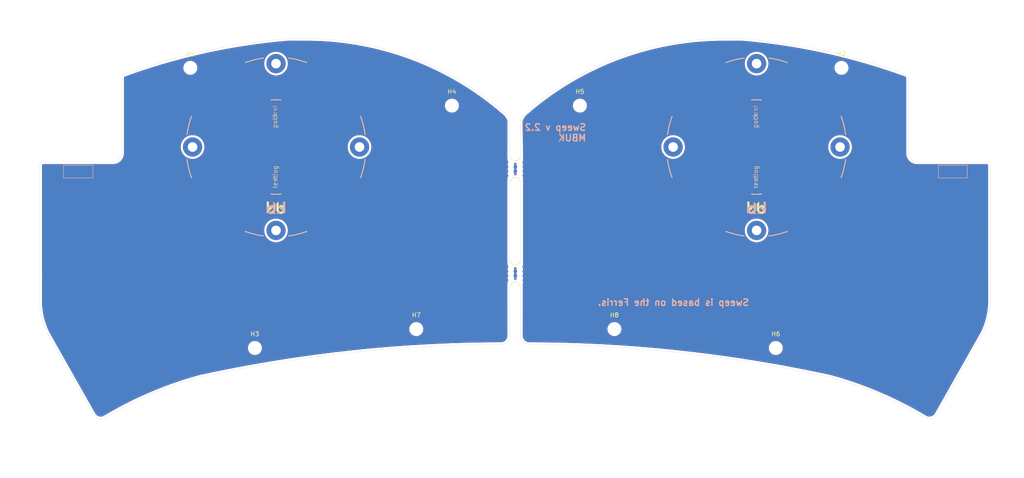
<source format=kicad_pcb>
(kicad_pcb (version 20211014) (generator pcbnew)
  (layers (0 "F.Cu" signal) (31 "B.Cu" signal) (34 "B.Paste" user) (35 "F.Paste" user) (36 "B.SilkS" user "B.Silkscreen") (37 "F.SilkS" user "F.Silkscreen") (38 "B.Mask" user) (39 "F.Mask" user) (44 "Edge.Cuts" user))
  (net 0 "")
  (footprint "Duckyb-Parts:mouse-bite-5mm-slot-with-space-for-track" (layer "F.Cu") (at 130.302 51.308)
    (fp_text reference "mouse-bite-2mm-slot" hide)
    (fp_text value "VAL**" hide)
    (fp_arc (start 1 -2.921) (mid 0 -1.921) (end -1 -2.921) (layer "F.SilkS") (width 0.1))
    (fp_arc (start -1 2.921) (mid 0 1.921) (end 1 2.921) (layer "F.SilkS") (width 0.1))
    (pad "" np_thru_hole circle locked (at -1.016 2.032) (size 0.5 0.5) (drill 0.5) (layers *.Cu *.Mask))
    (pad "" np_thru_hole circle locked (at -1.016 -1.016) (size 0.5 0.5) (drill 0.5) (layers *.Cu *.Mask))
    (pad "" np_thru_hole circle locked (at -1.016 0) (size 0.5 0.5) (drill 0.5) (layers *.Cu *.Mask))
    (pad "" np_thru_hole circle locked (at 1.016 -1.016) (size 0.5 0.5) (drill 0.5) (layers *.Cu *.Mask))
    (pad "" np_thru_hole circle locked (at 1.016 0) (size 0.5 0.5) (drill 0.5) (layers *.Cu *.Mask))
    (pad "" np_thru_hole circle locked (at -1.016 1.016) (size 0.5 0.5) (drill 0.5) (layers *.Cu *.Mask))
    (pad "" np_thru_hole circle locked (at 1.016 1.016) (size 0.5 0.5) (drill 0.5) (layers *.Cu *.Mask))
    (pad "" np_thru_hole circle locked (at 1.016 2.032) (size 0.5 0.5) (drill 0.5) (layers *.Cu *.Mask))
    (pad "" np_thru_hole circle locked (at 1.016 -2.032) (size 0.5 0.5) (drill 0.5) (layers *.Cu *.Mask))
    (pad "" np_thru_hole circle locked (at -1.016 -2.032) (size 0.5 0.5) (drill 0.5) (layers *.Cu *.Mask))
  )
  (footprint "Duckyb-Parts:mouse-bite-5mm-slot-with-space-for-track" (layer "F.Cu") (at 130.302 75.184)
    (fp_text reference "mouse-bite-2mm-slot" hide)
    (fp_text value "VAL**" hide)
    (fp_arc (start -1 2.921) (mid 0 1.921) (end 1 2.921) (layer "F.SilkS") (width 0.1))
    (fp_arc (start 1 -2.921) (mid 0 -1.921) (end -1 -2.921) (layer "F.SilkS") (width 0.1))
    (pad "" np_thru_hole circle locked (at 1.016 2.032) (size 0.5 0.5) (drill 0.5) (layers *.Cu *.Mask))
    (pad "" np_thru_hole circle locked (at 1.016 -1.016) (size 0.5 0.5) (drill 0.5) (layers *.Cu *.Mask))
    (pad "" np_thru_hole circle locked (at -1.016 -1.016) (size 0.5 0.5) (drill 0.5) (layers *.Cu *.Mask))
    (pad "" np_thru_hole circle locked (at -1.016 2.032) (size 0.5 0.5) (drill 0.5) (layers *.Cu *.Mask))
    (pad "" np_thru_hole circle locked (at -1.016 0) (size 0.5 0.5) (drill 0.5) (layers *.Cu *.Mask))
    (pad "" np_thru_hole circle locked (at 1.016 0) (size 0.5 0.5) (drill 0.5) (layers *.Cu *.Mask))
    (pad "" np_thru_hole circle locked (at 1.016 1.016) (size 0.5 0.5) (drill 0.5) (layers *.Cu *.Mask))
    (pad "" np_thru_hole circle locked (at -1.016 -2.032) (size 0.5 0.5) (drill 0.5) (layers *.Cu *.Mask))
    (pad "" np_thru_hole circle locked (at -1.016 1.016) (size 0.5 0.5) (drill 0.5) (layers *.Cu *.Mask))
    (pad "" np_thru_hole circle locked (at 1.016 -2.032) (size 0.5 0.5) (drill 0.5) (layers *.Cu *.Mask))
  )
  (footprint "kbd:Tenting_Puck2" (layer "F.Cu") (at 185.356 46.282)
    (fp_text reference "REF**")
    (fp_text value "Tenting Puck")
    (fp_text user "tenting" (at -0.254 -6.9215 90) (layer "B.SilkS") (effects (font (thickness 0.1)) (justify mirror)))
    (fp_text user "puck" (at -0.1905 6.0325 90 unlocked) (layer "B.SilkS") (effects (font (thickness 0.1)) (justify mirror)))
    (fp_text user "puck" (at -0.254 -6.0325 90) (layer "F.SilkS") (effects (font (thickness 0.1))))
    (fp_text user "tenting" (at -0.1905 6.858 90) (layer "F.SilkS") (effects (font (thickness 0.1))))
    (fp_arc (start 7.008045 19.286135) (mid 4.959785 19.91151) (end 2.8575 20.32) (layer "B.SilkS") (width 0.2))
    (fp_arc (start -1.128385 -10.735864) (mid -0.564967 -10.780206) (end 0 -10.795) (layer "B.SilkS") (width 0.2))
    (fp_arc (start -19.286135 7.008046) (mid -19.91151 4.959785) (end -20.32 2.8575) (layer "B.SilkS") (width 0.2))
    (fp_arc (start 0 -10.795) (mid 0.564967 -10.780206) (end 1.128385 -10.735864) (layer "B.SilkS") (width 0.2))
    (fp_arc (start -7.008046 -19.286135) (mid -4.959785 -19.91151) (end -2.8575 -20.32) (layer "B.SilkS") (width 0.2))
    (fp_arc (start 1.128385 10.735864) (mid 0.564967 10.780206) (end 0 10.795) (layer "B.SilkS") (width 0.2))
    (fp_arc (start 20.32 2.8575) (mid 19.91151 4.959786) (end 19.286134 7.008048) (layer "B.SilkS") (width 0.2))
    (fp_arc (start 0 10.795) (mid -0.564967 10.780206) (end -1.128385 10.735864) (layer "B.SilkS") (width 0.2))
    (fp_arc (start -20.32 -2.8575) (mid -19.91151 -4.959784) (end -19.286136 -7.008044) (layer "B.SilkS") (width 0.2))
    (fp_arc (start -2.8575 20.32) (mid -4.959785 19.91151) (end -7.008045 19.286135) (layer "B.SilkS") (width 0.2))
    (fp_arc (start 19.286134 -7.008048) (mid 19.91151 -4.959786) (end 20.32 -2.8575) (layer "B.SilkS") (width 0.2))
    (fp_arc (start 2.8575 -20.32) (mid 4.959787 -19.91151) (end 7.008049 -19.286134) (layer "B.SilkS") (width 0.2))
    (fp_poly (pts (xy -0.620536 12.983827) (xy -0.620728 13.088067) (xy -0.621217 13.184812) (xy -0.621967 13.271698) (xy -0.622943 13.34636) (xy -0.624112 13.406435) (xy -0.625439 13.449558) (xy -0.626888 13.473365) (xy -0.627796 13.477395) (xy -0.640227 13.471081) (xy -0.665073 13.454738) (xy -0.689207 13.437536) (xy -0.803904 13.366814) (xy -0.92612 13.31771) (xy -1.056503 13.290034) (xy -1.195704 13.283596) (xy -1.213516 13.284264) (xy -1.303151 13.290816) (xy -1.379634 13.302753) (xy -1.451286 13.322245) (xy -1.526424 13.351462) (xy -1.596275 13.384101) (xy -1.724208 13.459394) (xy -1.837128 13.551374) (xy -1.934022 13.658363) (xy -2.01388 13.778688) (xy -2.07569 13.910673) (xy -2.118442 14.052642) (xy -2.141123 14.202921) (xy -2.144684 14.292591) (xy -2.134393 14.445069) (xy -2.103037 14.589633) (xy -2.049892 14.728869) (xy -1.992637 14.835788) (xy -1.906925 14.956081) (xy -1.805312 15.06093) (xy -1.689979 15.149252) (xy -1.563104 15.219966) (xy -1.426868 15.271989) (xy -1.283449 15.304242) (xy -1.135028 15.315641) (xy -1.034782 15.311158) (xy -0.890174 15.286277) (xy -0.749606 15.240002) (xy -0.616433 15.174023) (xy -0.494013 15.090026) (xy -0.385701 14.9897) (xy -0.377307 14.980534) (xy -0.296176 14.876414) (xy -0.226484 14.758232) (xy -0.171318 14.632369) (xy -0.133765 14.505209) (xy -0.124896 14.458759) (xy -0.122283 14.430364) (xy -0.119938 14.380292) (xy -0.118469 14.329958) (xy -0.614807 14.329958) (xy -0.625379 14.427507) (xy -0.655811 14.521526) (xy -0.684465 14.575671) (xy -0.751399 14.663954) (xy -0.83088 14.734831) (xy -0.920312 14.787324) (xy -1.017098 14.820456) (xy -1.118639 14.83325) (xy -1.22234 14.824729) (xy -1.295167 14.805441) (xy -1.338164 14.789355) (xy -1.379069 14.771995) (xy -1.395236 14.764219) (xy -1.440522 14.733215) (xy -1.489845 14.687021) (xy -1.537902 14.631565) (xy -1.579387 14.572771) (xy -1.600875 14.534444) (xy -1.621056 14.490198) (xy -1.633701 14.45159) (xy -1.641058 14.409298) (xy -1.645376 14.353995) (xy -1.645658 14.348705) (xy -1.64229 14.24146) (xy -1.619434 14.143568) (xy -1.575782 14.050145) (xy -1.558012 14.021616) (xy -1.49347 13.943712) (xy -1.414653 13.881542) (xy -1.325017 13.836046) (xy -1.228018 13.808168) (xy -1.127114 13.798848) (xy -1.025762 13.80903) (xy -0.927416 13.839655) (xy -0.913413 13.845941) (xy -0.825461 13.89889) (xy -0.751471 13.967104) (xy -0.692428 14.04745) (xy -0.649315 14.136797) (xy -0.623113 14.23201) (xy -0.614807 14.329958) (xy -0.118469 14.329958) (xy -0.117885 14.309955) (xy -0.116146 14.220766) (xy -0.114743 14.114137) (xy -0.113699 13.991481) (xy -0.113035 13.854209) (xy -0.112774 13.703735) (xy -0.112771 13.691999) (xy -0.112684 13.000285) (xy -0.620388 12.490259) (xy -0.620536 12.983827)) (layer "B.SilkS") (width 0.01) (fill solid))
    (fp_poly (pts (xy 1.584498 14.118044) (xy 0.781552 13.315344) (xy 0.493184 13.318438) (xy 0.204816 13.321531) (xy 1.05204 14.181668) (xy 1.169965 14.301391) (xy 1.284764 14.41794) (xy 1.395218 14.53008) (xy 1.50011 14.636573) (xy 1.598222 14.736184) (xy 1.688337 14.827677) (xy 1.769236 14.909814) (xy 1.839703 14.981359) (xy 1.898519 15.041077) (xy 1.944466 15.087731) (xy 1.976327 15.120084) (xy 1.990108 15.13408) (xy 2.080952 15.226356) (xy 2.080952 12.484486) (xy 1.584498 12.484486) (xy 1.584498 14.118044)) (layer "B.SilkS") (width 0.01) (fill solid))
    (fp_poly (pts (xy 0.777718 14.524575) (xy 0.755015 14.547438) (xy 0.720536 14.582969) (xy 0.676267 14.629061) (xy 0.6242 14.683607) (xy 0.566321 14.744501) (xy 0.504622 14.809636) (xy 0.441089 14.876906) (xy 0.377714 14.944204) (xy 0.316484 15.009423) (xy 0.259388 15.070458) (xy 0.208416 15.125201) (xy 0.165556 15.171546) (xy 0.132798 15.207386) (xy 0.11213 15.230615) (xy 0.109837 15.233306) (xy 0.081536 15.266941) (xy 0.70155 15.266941) (xy 0.8749 15.090872) (xy 0.928642 15.036129) (xy 0.978925 14.984616) (xy 1.022741 14.939436) (xy 1.057087 14.90369) (xy 1.078955 14.880481) (xy 1.082132 14.876989) (xy 1.116014 14.839174) (xy 0.954979 14.67783) (xy 0.905266 14.628375) (xy 0.861042 14.58505) (xy 0.824895 14.550337) (xy 0.799413 14.526717) (xy 0.787184 14.516669) (xy 0.786653 14.516486) (xy 0.777718 14.524575)) (layer "B.SilkS") (width 0.01) (fill solid))
    (fp_arc (start 0 10.795) (mid -0.564967 10.780206) (end -1.128385 10.735864) (layer "F.SilkS") (width 0.2))
    (fp_arc (start -20.32 -2.8575) (mid -19.91151 -4.959786) (end -19.286134 -7.008048) (layer "F.SilkS") (width 0.2))
    (fp_arc (start -1.128385 -10.735864) (mid -0.564967 -10.780206) (end 0 -10.795) (layer "F.SilkS") (width 0.2))
    (fp_arc (start 20.32 2.8575) (mid 19.91151 4.959785) (end 19.286135 7.008046) (layer "F.SilkS") (width 0.2))
    (fp_arc (start -19.286134 7.008047) (mid -19.91151 4.959786) (end -20.32 2.8575) (layer "F.SilkS") (width 0.2))
    (fp_arc (start 7.008047 19.286134) (mid 4.959786 19.91151) (end 2.8575 20.32) (layer "F.SilkS") (width 0.2))
    (fp_arc (start 2.8575 -20.32) (mid 4.959786 -19.91151) (end 7.008047 -19.286134) (layer "F.SilkS") (width 0.2))
    (fp_arc (start -7.008048 -19.286134) (mid -4.959786 -19.91151) (end -2.8575 -20.32) (layer "F.SilkS") (width 0.2))
    (fp_arc (start 1.128385 10.735864) (mid 0.564967 10.780206) (end 0 10.795) (layer "F.SilkS") (width 0.2))
    (fp_arc (start 19.286135 -7.008045) (mid 19.91151 -4.959785) (end 20.32 -2.8575) (layer "F.SilkS") (width 0.2))
    (fp_arc (start 0 -10.795) (mid 0.564967 -10.780206) (end 1.128385 -10.735864) (layer "F.SilkS") (width 0.2))
    (fp_arc (start -2.8575 20.32) (mid -4.959785 19.91151) (end -7.008046 19.286135) (layer "F.SilkS") (width 0.2))
    (fp_poly (pts (xy 0.578279 12.94765) (xy 0.578471 13.05189) (xy 0.57896 13.148635) (xy 0.57971 13.235521) (xy 0.580686 13.310183) (xy 0.581855 13.370258) (xy 0.583182 13.413381) (xy 0.584631 13.437188) (xy 0.585539 13.441218) (xy 0.59797 13.434904) (xy 0.622816 13.418561) (xy 0.64695 13.401359) (xy 0.761647 13.330637) (xy 0.883863 13.281533) (xy 1.014246 13.253857) (xy 1.153447 13.247419) (xy 1.171259 13.248087) (xy 1.260894 13.254639) (xy 1.337377 13.266576) (xy 1.409029 13.286068) (xy 1.484167 13.315285) (xy 1.554018 13.347924) (xy 1.681951 13.423217) (xy 1.794871 13.515197) (xy 1.891765 13.622186) (xy 1.971623 13.742511) (xy 2.033433 13.874496) (xy 2.076185 14.016465) (xy 2.098866 14.166744) (xy 2.102427 14.256414) (xy 2.092136 14.408892) (xy 2.06078 14.553456) (xy 2.007635 14.692692) (xy 1.95038 14.799611) (xy 1.864668 14.919904) (xy 1.763055 15.024753) (xy 1.647722 15.113075) (xy 1.520847 15.183789) (xy 1.384611 15.235812) (xy 1.241192 15.268065) (xy 1.092771 15.279464) (xy 0.992525 15.274981) (xy 0.847917 15.2501) (xy 0.707349 15.203825) (xy 0.574176 15.137846) (xy 0.451756 15.053849) (xy 0.343444 14.953523) (xy 0.33505 14.944357) (xy 0.253919 14.840237) (xy 0.184227 14.722055) (xy 0.129061 14.596192) (xy 0.091508 14.469032) (xy 0.082639 14.422582) (xy 0.080026 14.394187) (xy 0.077681 14.344115) (xy 0.076212 14.293781) (xy 0.57255 14.293781) (xy 0.583122 14.39133) (xy 0.613554 14.485349) (xy 0.642208 14.539494) (xy 0.709142 14.627777) (xy 0.788623 14.698654) (xy 0.878055 14.751147) (xy 0.974841 14.784279) (xy 1.076382 14.797073) (xy 1.180083 14.788552) (xy 1.25291 14.769264) (xy 1.295907 14.753178) (xy 1.336812 14.735818) (xy 1.352979 14.728042) (xy 1.398265 14.697038) (xy 1.447588 14.650844) (xy 1.495645 14.595388) (xy 1.53713 14.536594) (xy 1.558618 14.498267) (xy 1.578799 14.454021) (xy 1.591444 14.415413) (xy 1.598801 14.373121) (xy 1.603119 14.317818) (xy 1.603401 14.312528) (xy 1.600033 14.205283) (xy 1.577177 14.107391) (xy 1.533525 14.013968) (xy 1.515755 13.985439) (xy 1.451213 13.907535) (xy 1.372396 13.845365) (xy 1.28276 13.799869) (xy 1.185761 13.771991) (xy 1.084857 13.762671) (xy 0.983505 13.772853) (xy 0.885159 13.803478) (xy 0.871156 13.809764) (xy 0.783204 13.862713) (xy 0.709214 13.930927) (xy 0.650171 14.011273) (xy 0.607058 14.10062) (xy 0.580856 14.195833) (xy 0.57255 14.293781) (xy 0.076212 14.293781) (xy 0.075628 14.273778) (xy 0.073889 14.184589) (xy 0.072486 14.07796) (xy 0.071442 13.955304) (xy 0.070778 13.818032) (xy 0.070517 13.667558) (xy 0.070514 13.655822) (xy 0.070427 12.964108) (xy 0.578131 12.454082) (xy 0.578279 12.94765)) (layer "F.SilkS") (width 0.01) (fill solid))
    (fp_poly (pts (xy -0.819975 14.488398) (xy -0.797272 14.511261) (xy -0.762793 14.546792) (xy -0.718524 14.592884) (xy -0.666457 14.64743) (xy -0.608578 14.708324) (xy -0.546879 14.773459) (xy -0.483346 14.840729) (xy -0.419971 14.908027) (xy -0.358741 14.973246) (xy -0.301645 15.034281) (xy -0.250673 15.089024) (xy -0.207813 15.135369) (xy -0.175055 15.171209) (xy -0.154387 15.194438) (xy -0.152094 15.197129) (xy -0.123793 15.230764) (xy -0.743807 15.230764) (xy -0.917157 15.054695) (xy -0.970899 14.999952) (xy -1.021182 14.948439) (xy -1.064998 14.903259) (xy -1.099344 14.867513) (xy -1.121212 14.844304) (xy -1.124389 14.840812) (xy -1.158271 14.802997) (xy -0.997236 14.641653) (xy -0.947523 14.592198) (xy -0.903299 14.548873) (xy -0.867152 14.51416) (xy -0.84167 14.49054) (xy -0.829441 14.480492) (xy -0.82891 14.480309) (xy -0.819975 14.488398)) (layer "F.SilkS") (width 0.01) (fill solid))
    (fp_poly (pts (xy -1.626755 14.081867) (xy -0.823809 13.279167) (xy -0.535441 13.282261) (xy -0.247073 13.285354) (xy -1.094297 14.145491) (xy -1.212222 14.265214) (xy -1.327021 14.381763) (xy -1.437475 14.493903) (xy -1.542367 14.600396) (xy -1.640479 14.700007) (xy -1.730594 14.7915) (xy -1.811493 14.873637) (xy -1.88196 14.945182) (xy -1.940776 15.0049) (xy -1.986723 15.051554) (xy -2.018584 15.083907) (xy -2.032365 15.097903) (xy -2.123209 15.190179) (xy -2.123209 12.448309) (xy -1.626755 12.448309) (xy -1.626755 14.081867)) (layer "F.SilkS") (width 0.01) (fill solid))
    (pad "1" thru_hole circle locked (at 19.05 0) (size 4.4 4.4) (drill 2.2) (layers *.Cu *.Mask))
    (pad "1" thru_hole circle locked (at -19.05 0) (size 4.4 4.4) (drill 2.2) (layers *.Cu *.Mask))
    (pad "1" thru_hole circle locked (at 0 -19.05) (size 4.4 4.4) (drill 2.2) (layers *.Cu *.Mask))
    (pad "1" thru_hole circle locked (at 0 19.05) (size 4.4 4.4) (drill 2.2) (layers *.Cu *.Mask))
  )
  (footprint "kbd:Tenting_Puck2" (layer "F.Cu") (at 75.692 46.282)
    (fp_text reference "REF**")
    (fp_text value "Tenting Puck")
    (fp_text user "puck" (at -0.1905 6.0325 90 unlocked) (layer "B.SilkS") (effects (font (thickness 0.1)) (justify mirror)))
    (fp_text user "tenting" (at -0.254 -6.9215 90) (layer "B.SilkS") (effects (font (thickness 0.1)) (justify mirror)))
    (fp_text user "puck" (at -0.254 -6.0325 90) (layer "F.SilkS") (effects (font (thickness 0.1))))
    (fp_text user "tenting" (at -0.1905 6.858 90) (layer "F.SilkS") (effects (font (thickness 0.1))))
    (fp_arc (start 0 -10.795) (mid 0.564967 -10.780206) (end 1.128385 -10.735864) (layer "B.SilkS") (width 0.2))
    (fp_arc (start -19.286135 7.008046) (mid -19.91151 4.959785) (end -20.32 2.8575) (layer "B.SilkS") (width 0.2))
    (fp_arc (start -1.128385 -10.735864) (mid -0.564967 -10.780206) (end 0 -10.795) (layer "B.SilkS") (width 0.2))
    (fp_arc (start 2.8575 -20.32) (mid 4.959787 -19.91151) (end 7.008049 -19.286134) (layer "B.SilkS") (width 0.2))
    (fp_arc (start -7.008046 -19.286135) (mid -4.959785 -19.91151) (end -2.8575 -20.32) (layer "B.SilkS") (width 0.2))
    (fp_arc (start 19.286134 -7.008048) (mid 19.91151 -4.959786) (end 20.32 -2.8575) (layer "B.SilkS") (width 0.2))
    (fp_arc (start 7.008045 19.286135) (mid 4.959785 19.91151) (end 2.8575 20.32) (layer "B.SilkS") (width 0.2))
    (fp_arc (start -20.32 -2.8575) (mid -19.91151 -4.959784) (end -19.286136 -7.008044) (layer "B.SilkS") (width 0.2))
    (fp_arc (start 0 10.795) (mid -0.564967 10.780206) (end -1.128385 10.735864) (layer "B.SilkS") (width 0.2))
    (fp_arc (start -2.8575 20.32) (mid -4.959785 19.91151) (end -7.008045 19.286135) (layer "B.SilkS") (width 0.2))
    (fp_arc (start 1.128385 10.735864) (mid 0.564967 10.780206) (end 0 10.795) (layer "B.SilkS") (width 0.2))
    (fp_arc (start 20.32 2.8575) (mid 19.91151 4.959786) (end 19.286134 7.008048) (layer "B.SilkS") (width 0.2))
    (fp_poly (pts (xy 1.584498 14.118044) (xy 0.781552 13.315344) (xy 0.493184 13.318438) (xy 0.204816 13.321531) (xy 1.05204 14.181668) (xy 1.169965 14.301391) (xy 1.284764 14.41794) (xy 1.395218 14.53008) (xy 1.50011 14.636573) (xy 1.598222 14.736184) (xy 1.688337 14.827677) (xy 1.769236 14.909814) (xy 1.839703 14.981359) (xy 1.898519 15.041077) (xy 1.944466 15.087731) (xy 1.976327 15.120084) (xy 1.990108 15.13408) (xy 2.080952 15.226356) (xy 2.080952 12.484486) (xy 1.584498 12.484486) (xy 1.584498 14.118044)) (layer "B.SilkS") (width 0.01) (fill solid))
    (fp_poly (pts (xy 0.777718 14.524575) (xy 0.755015 14.547438) (xy 0.720536 14.582969) (xy 0.676267 14.629061) (xy 0.6242 14.683607) (xy 0.566321 14.744501) (xy 0.504622 14.809636) (xy 0.441089 14.876906) (xy 0.377714 14.944204) (xy 0.316484 15.009423) (xy 0.259388 15.070458) (xy 0.208416 15.125201) (xy 0.165556 15.171546) (xy 0.132798 15.207386) (xy 0.11213 15.230615) (xy 0.109837 15.233306) (xy 0.081536 15.266941) (xy 0.70155 15.266941) (xy 0.8749 15.090872) (xy 0.928642 15.036129) (xy 0.978925 14.984616) (xy 1.022741 14.939436) (xy 1.057087 14.90369) (xy 1.078955 14.880481) (xy 1.082132 14.876989) (xy 1.116014 14.839174) (xy 0.954979 14.67783) (xy 0.905266 14.628375) (xy 0.861042 14.58505) (xy 0.824895 14.550337) (xy 0.799413 14.526717) (xy 0.787184 14.516669) (xy 0.786653 14.516486) (xy 0.777718 14.524575)) (layer "B.SilkS") (width 0.01) (fill solid))
    (fp_poly (pts (xy -0.620536 12.983827) (xy -0.620728 13.088067) (xy -0.621217 13.184812) (xy -0.621967 13.271698) (xy -0.622943 13.34636) (xy -0.624112 13.406435) (xy -0.625439 13.449558) (xy -0.626888 13.473365) (xy -0.627796 13.477395) (xy -0.640227 13.471081) (xy -0.665073 13.454738) (xy -0.689207 13.437536) (xy -0.803904 13.366814) (xy -0.92612 13.31771) (xy -1.056503 13.290034) (xy -1.195704 13.283596) (xy -1.213516 13.284264) (xy -1.303151 13.290816) (xy -1.379634 13.302753) (xy -1.451286 13.322245) (xy -1.526424 13.351462) (xy -1.596275 13.384101) (xy -1.724208 13.459394) (xy -1.837128 13.551374) (xy -1.934022 13.658363) (xy -2.01388 13.778688) (xy -2.07569 13.910673) (xy -2.118442 14.052642) (xy -2.141123 14.202921) (xy -2.144684 14.292591) (xy -2.134393 14.445069) (xy -2.103037 14.589633) (xy -2.049892 14.728869) (xy -1.992637 14.835788) (xy -1.906925 14.956081) (xy -1.805312 15.06093) (xy -1.689979 15.149252) (xy -1.563104 15.219966) (xy -1.426868 15.271989) (xy -1.283449 15.304242) (xy -1.135028 15.315641) (xy -1.034782 15.311158) (xy -0.890174 15.286277) (xy -0.749606 15.240002) (xy -0.616433 15.174023) (xy -0.494013 15.090026) (xy -0.385701 14.9897) (xy -0.377307 14.980534) (xy -0.296176 14.876414) (xy -0.226484 14.758232) (xy -0.171318 14.632369) (xy -0.133765 14.505209) (xy -0.124896 14.458759) (xy -0.122283 14.430364) (xy -0.119938 14.380292) (xy -0.118469 14.329958) (xy -0.614807 14.329958) (xy -0.625379 14.427507) (xy -0.655811 14.521526) (xy -0.684465 14.575671) (xy -0.751399 14.663954) (xy -0.83088 14.734831) (xy -0.920312 14.787324) (xy -1.017098 14.820456) (xy -1.118639 14.83325) (xy -1.22234 14.824729) (xy -1.295167 14.805441) (xy -1.338164 14.789355) (xy -1.379069 14.771995) (xy -1.395236 14.764219) (xy -1.440522 14.733215) (xy -1.489845 14.687021) (xy -1.537902 14.631565) (xy -1.579387 14.572771) (xy -1.600875 14.534444) (xy -1.621056 14.490198) (xy -1.633701 14.45159) (xy -1.641058 14.409298) (xy -1.645376 14.353995) (xy -1.645658 14.348705) (xy -1.64229 14.24146) (xy -1.619434 14.143568) (xy -1.575782 14.050145) (xy -1.558012 14.021616) (xy -1.49347 13.943712) (xy -1.414653 13.881542) (xy -1.325017 13.836046) (xy -1.228018 13.808168) (xy -1.127114 13.798848) (xy -1.025762 13.80903) (xy -0.927416 13.839655) (xy -0.913413 13.845941) (xy -0.825461 13.89889) (xy -0.751471 13.967104) (xy -0.692428 14.04745) (xy -0.649315 14.136797) (xy -0.623113 14.23201) (xy -0.614807 14.329958) (xy -0.118469 14.329958) (xy -0.117885 14.309955) (xy -0.116146 14.220766) (xy -0.114743 14.114137) (xy -0.113699 13.991481) (xy -0.113035 13.854209) (xy -0.112774 13.703735) (xy -0.112771 13.691999) (xy -0.112684 13.000285) (xy -0.620388 12.490259) (xy -0.620536 12.983827)) (layer "B.SilkS") (width 0.01) (fill solid))
    (fp_arc (start 19.286135 -7.008045) (mid 19.91151 -4.959785) (end 20.32 -2.8575) (layer "F.SilkS") (width 0.2))
    (fp_arc (start -2.8575 20.32) (mid -4.959785 19.91151) (end -7.008046 19.286135) (layer "F.SilkS") (width 0.2))
    (fp_arc (start -7.008048 -19.286134) (mid -4.959786 -19.91151) (end -2.8575 -20.32) (layer "F.SilkS") (width 0.2))
    (fp_arc (start -19.286134 7.008047) (mid -19.91151 4.959786) (end -20.32 2.8575) (layer "F.SilkS") (width 0.2))
    (fp_arc (start -1.128385 -10.735864) (mid -0.564967 -10.780206) (end 0 -10.795) (layer "F.SilkS") (width 0.2))
    (fp_arc (start 20.32 2.8575) (mid 19.91151 4.959785) (end 19.286135 7.008046) (layer "F.SilkS") (width 0.2))
    (fp_arc (start 1.128385 10.735864) (mid 0.564967 10.780206) (end 0 10.795) (layer "F.SilkS") (width 0.2))
    (fp_arc (start 7.008047 19.286134) (mid 4.959786 19.91151) (end 2.8575 20.32) (layer "F.SilkS") (width 0.2))
    (fp_arc (start 0 -10.795) (mid 0.564967 -10.780206) (end 1.128385 -10.735864) (layer "F.SilkS") (width 0.2))
    (fp_arc (start 2.8575 -20.32) (mid 4.959786 -19.91151) (end 7.008047 -19.286134) (layer "F.SilkS") (width 0.2))
    (fp_arc (start -20.32 -2.8575) (mid -19.91151 -4.959786) (end -19.286134 -7.008048) (layer "F.SilkS") (width 0.2))
    (fp_arc (start 0 10.795) (mid -0.564967 10.780206) (end -1.128385 10.735864) (layer "F.SilkS") (width 0.2))
    (fp_poly (pts (xy -1.626755 14.081867) (xy -0.823809 13.279167) (xy -0.535441 13.282261) (xy -0.247073 13.285354) (xy -1.094297 14.145491) (xy -1.212222 14.265214) (xy -1.327021 14.381763) (xy -1.437475 14.493903) (xy -1.542367 14.600396) (xy -1.640479 14.700007) (xy -1.730594 14.7915) (xy -1.811493 14.873637) (xy -1.88196 14.945182) (xy -1.940776 15.0049) (xy -1.986723 15.051554) (xy -2.018584 15.083907) (xy -2.032365 15.097903) (xy -2.123209 15.190179) (xy -2.123209 12.448309) (xy -1.626755 12.448309) (xy -1.626755 14.081867)) (layer "F.SilkS") (width 0.01) (fill solid))
    (fp_poly (pts (xy -0.819975 14.488398) (xy -0.797272 14.511261) (xy -0.762793 14.546792) (xy -0.718524 14.592884) (xy -0.666457 14.64743) (xy -0.608578 14.708324) (xy -0.546879 14.773459) (xy -0.483346 14.840729) (xy -0.419971 14.908027) (xy -0.358741 14.973246) (xy -0.301645 15.034281) (xy -0.250673 15.089024) (xy -0.207813 15.135369) (xy -0.175055 15.171209) (xy -0.154387 15.194438) (xy -0.152094 15.197129) (xy -0.123793 15.230764) (xy -0.743807 15.230764) (xy -0.917157 15.054695) (xy -0.970899 14.999952) (xy -1.021182 14.948439) (xy -1.064998 14.903259) (xy -1.099344 14.867513) (xy -1.121212 14.844304) (xy -1.124389 14.840812) (xy -1.158271 14.802997) (xy -0.997236 14.641653) (xy -0.947523 14.592198) (xy -0.903299 14.548873) (xy -0.867152 14.51416) (xy -0.84167 14.49054) (xy -0.829441 14.480492) (xy -0.82891 14.480309) (xy -0.819975 14.488398)) (layer "F.SilkS") (width 0.01) (fill solid))
    (fp_poly (pts (xy 0.578279 12.94765) (xy 0.578471 13.05189) (xy 0.57896 13.148635) (xy 0.57971 13.235521) (xy 0.580686 13.310183) (xy 0.581855 13.370258) (xy 0.583182 13.413381) (xy 0.584631 13.437188) (xy 0.585539 13.441218) (xy 0.59797 13.434904) (xy 0.622816 13.418561) (xy 0.64695 13.401359) (xy 0.761647 13.330637) (xy 0.883863 13.281533) (xy 1.014246 13.253857) (xy 1.153447 13.247419) (xy 1.171259 13.248087) (xy 1.260894 13.254639) (xy 1.337377 13.266576) (xy 1.409029 13.286068) (xy 1.484167 13.315285) (xy 1.554018 13.347924) (xy 1.681951 13.423217) (xy 1.794871 13.515197) (xy 1.891765 13.622186) (xy 1.971623 13.742511) (xy 2.033433 13.874496) (xy 2.076185 14.016465) (xy 2.098866 14.166744) (xy 2.102427 14.256414) (xy 2.092136 14.408892) (xy 2.06078 14.553456) (xy 2.007635 14.692692) (xy 1.95038 14.799611) (xy 1.864668 14.919904) (xy 1.763055 15.024753) (xy 1.647722 15.113075) (xy 1.520847 15.183789) (xy 1.384611 15.235812) (xy 1.241192 15.268065) (xy 1.092771 15.279464) (xy 0.992525 15.274981) (xy 0.847917 15.2501) (xy 0.707349 15.203825) (xy 0.574176 15.137846) (xy 0.451756 15.053849) (xy 0.343444 14.953523) (xy 0.33505 14.944357) (xy 0.253919 14.840237) (xy 0.184227 14.722055) (xy 0.129061 14.596192) (xy 0.091508 14.469032) (xy 0.082639 14.422582) (xy 0.080026 14.394187) (xy 0.077681 14.344115) (xy 0.076212 14.293781) (xy 0.57255 14.293781) (xy 0.583122 14.39133) (xy 0.613554 14.485349) (xy 0.642208 14.539494) (xy 0.709142 14.627777) (xy 0.788623 14.698654) (xy 0.878055 14.751147) (xy 0.974841 14.784279) (xy 1.076382 14.797073) (xy 1.180083 14.788552) (xy 1.25291 14.769264) (xy 1.295907 14.753178) (xy 1.336812 14.735818) (xy 1.352979 14.728042) (xy 1.398265 14.697038) (xy 1.447588 14.650844) (xy 1.495645 14.595388) (xy 1.53713 14.536594) (xy 1.558618 14.498267) (xy 1.578799 14.454021) (xy 1.591444 14.415413) (xy 1.598801 14.373121) (xy 1.603119 14.317818) (xy 1.603401 14.312528) (xy 1.600033 14.205283) (xy 1.577177 14.107391) (xy 1.533525 14.013968) (xy 1.515755 13.985439) (xy 1.451213 13.907535) (xy 1.372396 13.845365) (xy 1.28276 13.799869) (xy 1.185761 13.771991) (xy 1.084857 13.762671) (xy 0.983505 13.772853) (xy 0.885159 13.803478) (xy 0.871156 13.809764) (xy 0.783204 13.862713) (xy 0.709214 13.930927) (xy 0.650171 14.011273) (xy 0.607058 14.10062) (xy 0.580856 14.195833) (xy 0.57255 14.293781) (xy 0.076212 14.293781) (xy 0.075628 14.273778) (xy 0.073889 14.184589) (xy 0.072486 14.07796) (xy 0.071442 13.955304) (xy 0.070778 13.818032) (xy 0.070517 13.667558) (xy 0.070514 13.655822) (xy 0.070427 12.964108) (xy 0.578131 12.454082) (xy 0.578279 12.94765)) (layer "F.SilkS") (width 0.01) (fill solid))
    (pad "1" thru_hole circle locked (at 19.05 0) (size 4.4 4.4) (drill 2.2) (layers *.Cu *.Mask))
    (pad "1" thru_hole circle locked (at -19.05 0) (size 4.4 4.4) (drill 2.2) (layers *.Cu *.Mask))
    (pad "1" thru_hole circle locked (at 0 19.05) (size 4.4 4.4) (drill 2.2) (layers *.Cu *.Mask))
    (pad "1" thru_hole circle locked (at 0 -19.05) (size 4.4 4.4) (drill 2.2) (layers *.Cu *.Mask))
  )
  (footprint "MountingHole:MountingHole_2.2mm_M2" (layer "F.Cu") (at 107.696 87.884)
    (fp_text reference "H7" (at 0 -3.2) (layer "F.SilkS"))
    (fp_text value "MountingHole")
    (pad "" np_thru_hole circle (at 0 0) (size 2.2 2.2) (drill 2.2) (layers *.Cu *.Mask))
  )
  (footprint "MountingHole:MountingHole_2.2mm_M2" (layer "F.Cu") (at 152.908 87.884)
    (fp_text reference "H8" (at 0 -3.2) (layer "F.SilkS"))
    (fp_text value "MountingHole")
    (pad "" np_thru_hole circle (at 0 0) (size 2.2 2.2) (drill 2.2) (layers *.Cu *.Mask))
  )
  (footprint "MountingHole:MountingHole_2.2mm_M2" (layer "F.Cu") (at 145.034 36.83)
    (fp_text reference "H5" (at 0 -3.2) (layer "F.SilkS"))
    (fp_text value "MountingHole")
    (pad "" np_thru_hole circle (at 0 0) (size 2.2 2.2) (drill 2.2) (layers *.Cu *.Mask))
  )
  (footprint "MountingHole:MountingHole_2.2mm_M2" (layer "F.Cu") (at 70.866 92.202)
    (fp_text reference "H3" (at 0 -3.2) (layer "F.SilkS"))
    (fp_text value "MountingHole")
    (pad "" np_thru_hole circle (at 0 0) (size 2.2 2.2) (drill 2.2) (layers *.Cu *.Mask))
  )
  (footprint "MountingHole:MountingHole_2.2mm_M2" (layer "F.Cu") (at 56.134 28.194)
    (fp_text reference "H1" (at 0 -3.2) (layer "F.SilkS"))
    (fp_text value "MountingHole")
    (pad "" np_thru_hole circle (at 0 0) (size 2.2 2.2) (drill 2.2) (layers *.Cu *.Mask))
  )
  (footprint "MountingHole:MountingHole_2.2mm_M2" (layer "F.Cu") (at 189.738 92.202)
    (fp_text reference "H6" (at 0 -3.2) (layer "F.SilkS"))
    (fp_text value "MountingHole")
    (pad "" np_thru_hole circle (at 0 0) (size 2.2 2.2) (drill 2.2) (layers *.Cu *.Mask))
  )
  (footprint "MountingHole:MountingHole_2.2mm_M2" (layer "F.Cu") (at 115.824 36.83)
    (fp_text reference "H4" (at 0 -3.2) (layer "F.SilkS"))
    (fp_text value "MountingHole")
    (pad "" np_thru_hole circle (at 0 0) (size 2.2 2.2) (drill 2.2) (layers *.Cu *.Mask))
  )
  (footprint "MountingHole:MountingHole_2.2mm_M2" (layer "F.Cu") (at 204.724 28.194)
    (fp_text reference "H2" (at 0 -3.2) (layer "F.SilkS"))
    (fp_text value "MountingHole")
    (pad "" np_thru_hole circle (at 0 0) (size 2.2 2.2) (drill 2.2) (layers *.Cu *.Mask))
  )
  (gr_rect (start 27.178 50.419) (end 33.909 53.34) (layer "B.SilkS") (width 0.12) (fill none))
  (gr_rect (start 226.822 50.419) (end 233.426 53.34) (layer "B.SilkS") (width 0.12) (fill none))
  (gr_line (start 131.5085 77.724) (end 131.506254 89.547024) (layer "Edge.Cuts") (width 0.05))
  (gr_line (start 219.998001 47.763999) (end 219.998045 30.439419) (layer "Edge.Cuts") (width 0.05))
  (gr_arc (start 226.446 107.451265) (mid 225.204995 108.32098) (end 223.714 108.05) (layer "Edge.Cuts") (width 0.05))
  (gr_arc (start 222.033002 49.694917) (mid 220.620534 49.145716) (end 219.998001 47.763999) (layer "Edge.Cuts") (width 0.05))
  (gr_arc (start 182.067777 21.502679) (mid 201.091879 24.375764) (end 219.56329 29.758889) (layer "Edge.Cuts") (width 0.05))
  (gr_arc (start 132.893 38.265) (mid 153.988491 25.788882) (end 178.120389 21.508139) (layer "Edge.Cuts") (width 0.05))
  (gr_arc (start 237.938 49.692) (mid 238.46833 49.91167) (end 238.688 50.442) (layer "Edge.Cuts") (width 0.05))
  (gr_arc (start 131.466055 40.278702) (mid 132.022929 39.160882) (end 132.893 38.265) (layer "Edge.Cuts") (width 0.05))
  (gr_arc (start 133.544 91.383119) (mid 132.156573 90.874102) (end 131.506254 89.547024) (layer "Edge.Cuts") (width 0.05))
  (gr_arc (start 219.56329 29.758889) (mid 219.880079 30.035645) (end 219.998045 30.439419) (layer "Edge.Cuts") (width 0.05))
  (gr_arc (start 202.185134 98.863946) (mid 213.262488 102.723597) (end 223.714 108.05) (layer "Edge.Cuts") (width 0.05))
  (gr_line (start 222.033002 49.694917) (end 237.938 49.692) (layer "Edge.Cuts") (width 0.05))
  (gr_arc (start 133.544 91.383119) (mid 168.064442 93.289554) (end 202.185134 98.863946) (layer "Edge.Cuts") (width 0.05))
  (gr_line (start 238.688 58.42) (end 238.688 66.548) (layer "Edge.Cuts") (width 0.05))
  (gr_line (start 236.953304 88.85815) (end 226.446 107.451265) (layer "Edge.Cuts") (width 0.05))
  (gr_arc (start 238.7 81.534) (mid 238.242913 85.295347) (end 236.953304 88.85815) (layer "Edge.Cuts") (width 0.05))
  (gr_line (start 182.067777 21.502679) (end 178.120389 21.508139) (layer "Edge.Cuts") (width 0.05))
  (gr_line (start 238.688 50.442) (end 238.688 58.42) (layer "Edge.Cuts") (width 0.05))
  (gr_line (start 131.466055 40.278702) (end 131.572 48.768) (layer "Edge.Cuts") (width 0.05))
  (gr_line (start 129.3495 48.768) (end 128.96 48.768) (layer "Edge.Cuts") (width 0.05))
  (gr_line (start 238.688 66.548) (end 238.688 75.438) (layer "Edge.Cuts") (width 0.05))
  (gr_line (start 238.688 75.438) (end 238.7 81.534) (layer "Edge.Cuts") (width 0.05))
  (gr_line (start 129.3495 72.644) (end 128.96 72.644) (layer "Edge.Cuts") (width 0.05))
  (gr_line (start 129.3495 53.848) (end 128.96 53.848) (layer "Edge.Cuts") (width 0.05))
  (gr_line (start 129.3495 77.724) (end 128.96 77.724) (layer "Edge.Cuts") (width 0.05))
  (gr_line (start 131.572 53.848) (end 131.572 72.644) (layer "Edge.Cuts") (width 0.05))
  (gr_line (start 78.412223 21.502679) (end 82.613611 21.508139) (layer "Edge.Cuts") (width 0.05))
  (gr_line (start 21.792 50.442) (end 21.792 58.42) (layer "Edge.Cuts") (width 0.05))
  (gr_line (start 128.96 77.724) (end 128.975507 89.545022) (layer "Edge.Cuts") (width 0.05))
  (gr_arc (start 127.587 38.265) (mid 128.457071 39.160882) (end 129.013945 40.278702) (layer "Edge.Cuts") (width 0.05))
  (gr_arc (start 128.975507 89.545022) (mid 128.324689 90.873432) (end 126.936 91.383119) (layer "Edge.Cuts") (width 0.05))
  (gr_line (start 40.481999 47.763999) (end 40.481955 30.439419) (layer "Edge.Cuts") (width 0.05))
  (gr_line (start 21.792 66.548) (end 21.792 73.914) (layer "Edge.Cuts") (width 0.05))
  (gr_line (start 23.526696 88.85815) (end 34.034 107.451265) (layer "Edge.Cuts") (width 0.05))
  (gr_arc (start 40.481999 47.763999) (mid 39.859467 49.145717) (end 38.446998 49.694917) (layer "Edge.Cuts") (width 0.05))
  (gr_arc (start 40.91671 29.758889) (mid 59.388121 24.375764) (end 78.412223 21.502679) (layer "Edge.Cuts") (width 0.05))
  (gr_arc (start 58.294866 98.863946) (mid 92.415558 93.289555) (end 126.936 91.383119) (layer "Edge.Cuts") (width 0.05))
  (gr_arc (start 23.526696 88.85815) (mid 22.237087 85.295347) (end 21.78 81.534) (layer "Edge.Cuts") (width 0.05))
  (gr_arc (start 21.792 50.442) (mid 22.01167 49.91167) (end 22.542 49.692) (layer "Edge.Cuts") (width 0.05))
  (gr_line (start 38.446998 49.694917) (end 22.542 49.692) (layer "Edge.Cuts") (width 0.05))
  (gr_line (start 21.792 58.42) (end 21.792 66.548) (layer "Edge.Cuts") (width 0.05))
  (gr_arc (start 40.481955 30.439419) (mid 40.599921 30.035645) (end 40.91671 29.758889) (layer "Edge.Cuts") (width 0.05))
  (gr_arc (start 36.766 108.05) (mid 35.275005 108.32098) (end 34.034 107.451265) (layer "Edge.Cuts") (width 0.05))
  (gr_arc (start 82.613611 21.508139) (mid 106.610476 25.833455) (end 127.587 38.265) (layer "Edge.Cuts") (width 0.05))
  (gr_arc (start 36.766 108.05) (mid 47.217512 102.723597) (end 58.294866 98.863946) (layer "Edge.Cuts") (width 0.05))
  (gr_line (start 21.792 73.914) (end 21.78 81.534) (layer "Edge.Cuts") (width 0.05))
  (gr_line (start 128.96 53.848) (end 128.96 72.644) (layer "Edge.Cuts") (width 0.05))
  (gr_line (start 129.013945 40.278702) (end 128.96 48.768) (layer "Edge.Cuts") (width 0.05))
  (gr_line (start 131.572 48.768) (end 131.2545 48.768) (layer "Edge.Cuts") (width 0.05))
  (gr_arc (start 131.254499 72.644) (mid 130.302 73.288873) (end 129.349501 72.643999) (layer "Edge.Cuts") (width 0.05))
  (gr_line (start 131.572 53.848) (end 131.2545 53.848) (layer "Edge.Cuts") (width 0.05))
  (gr_arc (start 129.349501 77.724) (mid 130.302 77.079127) (end 131.254499 77.724001) (layer "Edge.Cuts") (width 0.05))
  (gr_line (start 131.572 72.644) (end 131.2545 72.644) (layer "Edge.Cuts") (width 0.05))
  (gr_arc (start 131.254499 48.768) (mid 130.302 49.412873) (end 129.349501 48.767999) (layer "Edge.Cuts") (width 0.05))
  (gr_line (start 131.5085 77.724) (end 131.2545 77.724) (layer "Edge.Cuts") (width 0.05))
  (gr_arc (start 129.349501 53.848) (mid 130.302 53.203127) (end 131.254499 53.848001) (layer "Edge.Cuts") (width 0.05))
  (gr_text "Sweep v 2.2\nMBUK" (at 146.6 43) (layer "B.SilkS") (effects (font (size 1.5 1.5) (thickness 0.3)) (justify left mirror)))
  (gr_text "Sweep is based on the Ferris." (at 166.37 81.788) (layer "B.SilkS") (effects (font (size 1.5 1.5) (thickness 0.3)) (justify mirror)))
  (zone (net 0) (net_name "") (layer "F.Cu") (connect_pads (clearance 0.508)) (min_thickness 0.254) (fill yes (thermal_gap 0.508) (thermal_bridge_width 0.508))
    (polygon (pts (xy 15.24 15.24) (xy 243.84 15.24) (xy 243.84 119.38) (xy 15.24 119.38)))
  )
  (zone (net 0) (net_name "") (layer "B.Cu") (connect_pads (clearance 0.508)) (min_thickness 0.254) (fill yes (thermal_gap 0.508) (thermal_bridge_width 0.508))
    (polygon (pts (xy 12.7 12.7) (xy 246.38 12.7) (xy 246.38 121.92) (xy 12.7 121.92)))
  )
)
</source>
